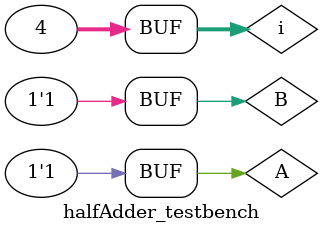
<source format=sv>
`timescale 1ns/10ps

module halfAdder(
  output logic result, carry_out,
  input  logic A, B
);

	parameter delay = 0.5;

//------Build sum logic (4-nand XOR gate)------------------

  logic aNANDb, x, y;

  nand #(delay) nand3 (aNANDb, A, B);
  nand #(delay) nand2 (x, aNANDb, A);
  nand #(delay) nand1 (y, aNANDb, B);
  nand #(delay) nand0 (result, x, y);

//------Build carry logic (AND gate)-----------------------

  and #(delay) carry (carry_out, A, B);

endmodule


//------Testbench for half adder--------------------------
module halfAdder_testbench();

  logic result, carry_out;
  logic A, B;

  halfAdder dut (.result, .carry_out, .A, .B);

  integer i;
    initial begin
    for(i=0; i<4; i++) begin
      {A, B} = i; #10;
      end
    end
endmodule

</source>
